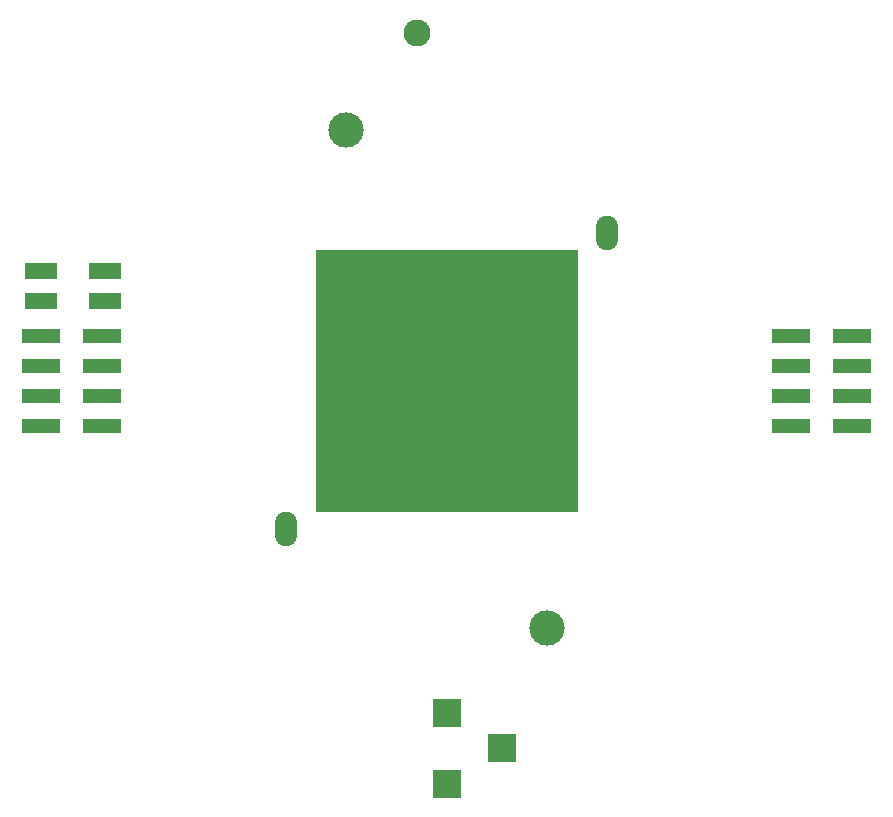
<source format=gbs>
G04 Layer_Color=16711935*
%FSLAX24Y24*%
%MOIN*%
G70*
G01*
G75*
%ADD56R,0.8721X0.8721*%
%ADD59O,0.0729X0.1162*%
%ADD60R,0.0926X0.0926*%
%ADD61C,0.1175*%
%ADD62C,0.0900*%
%ADD63R,0.1310X0.0509*%
%ADD64R,0.1060X0.0560*%
D56*
X0Y0D02*
D03*
D59*
X5358Y4937D02*
D03*
X-5358Y-4937D02*
D03*
D60*
X0Y-11069D02*
D03*
Y-13431D02*
D03*
X1850Y-12250D02*
D03*
D61*
X3350Y-8250D02*
D03*
X-3350Y8350D02*
D03*
D62*
X-1000Y11600D02*
D03*
D63*
X11475Y-1500D02*
D03*
Y-500D02*
D03*
Y500D02*
D03*
Y1500D02*
D03*
X13525Y-1500D02*
D03*
Y-500D02*
D03*
Y500D02*
D03*
Y1500D02*
D03*
X-13525Y-1500D02*
D03*
Y-500D02*
D03*
Y500D02*
D03*
Y1500D02*
D03*
X-11475Y-1500D02*
D03*
Y-500D02*
D03*
Y500D02*
D03*
Y1500D02*
D03*
D64*
X-13525Y2650D02*
D03*
X-11375D02*
D03*
X-13525Y3650D02*
D03*
X-11375D02*
D03*
M02*

</source>
